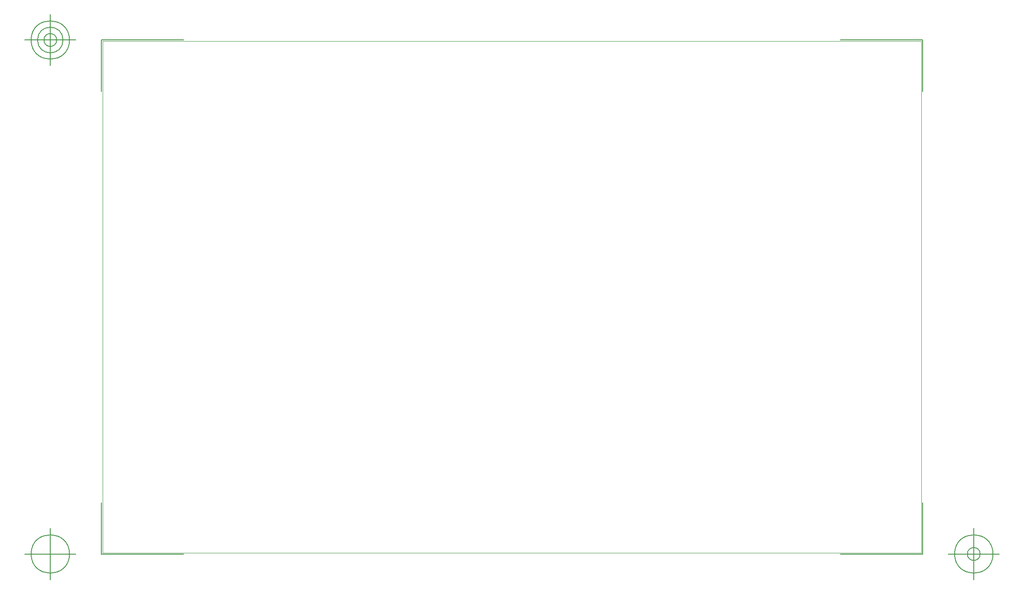
<source format=gbr>
G04 Generated by Ultiboard 11.0 *
%FSLAX25Y25*%
%MOIN*%

%ADD10C,0.00004*%
%ADD11C,0.00500*%


G04 ColorRGB 00FFFF for the following layer *
%LNBoard Outline*%
%LPD*%
%FSLAX25Y25*%
%MOIN*%
G54D10*
X0Y0D02*
X629921Y0D01*
X629921Y0D02*
X629921Y393701D01*
X629921Y393701D02*
X0Y393701D01*
X0Y393701D02*
X0Y0D01*
G54D11*
X-1000Y-1000D02*
X-1000Y38570D01*
X-1000Y-1000D02*
X62192Y-1000D01*
X630921Y-1000D02*
X567729Y-1000D01*
X630921Y-1000D02*
X630921Y38570D01*
X630921Y394701D02*
X630921Y355131D01*
X630921Y394701D02*
X567729Y394701D01*
X-1000Y394701D02*
X62192Y394701D01*
X-1000Y394701D02*
X-1000Y355131D01*
X-20685Y-1000D02*
X-60055Y-1000D01*
X-40370Y-20685D02*
X-40370Y18685D01*
X-55134Y-1000D02*
G75*
D01*
G02X-55134Y-1000I14764J0*
G01*
X650606Y-1000D02*
X689976Y-1000D01*
X670291Y-20685D02*
X670291Y18685D01*
X655528Y-1000D02*
G75*
D01*
G02X655528Y-1000I14764J0*
G01*
X665370Y-1000D02*
G75*
D01*
G02X665370Y-1000I4921J0*
G01*
X-20685Y394701D02*
X-60055Y394701D01*
X-40370Y375016D02*
X-40370Y414386D01*
X-55134Y394701D02*
G75*
D01*
G02X-55134Y394701I14764J0*
G01*
X-50213Y394701D02*
G75*
D01*
G02X-50213Y394701I9843J0*
G01*
X-45291Y394701D02*
G75*
D01*
G02X-45291Y394701I4921J0*
G01*

M00*

</source>
